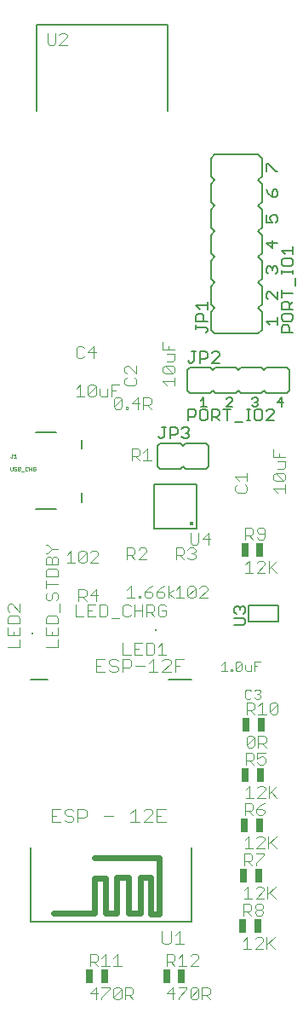
<source format=gto>
G75*
%MOIN*%
%OFA0B0*%
%FSLAX25Y25*%
%IPPOS*%
%LPD*%
%AMOC8*
5,1,8,0,0,1.08239X$1,22.5*
%
%ADD10C,0.00400*%
%ADD11C,0.00300*%
%ADD12C,0.00800*%
%ADD13C,0.00100*%
%ADD14C,0.00600*%
%ADD15C,0.00500*%
%ADD16R,0.00787X0.00787*%
%ADD17R,0.02559X0.05512*%
%ADD18C,0.02400*%
%ADD19C,0.01761*%
D10*
X0025837Y0076321D02*
X0025837Y0081526D01*
X0029307Y0081526D01*
X0030994Y0080658D02*
X0030994Y0079791D01*
X0031861Y0078923D01*
X0033596Y0078923D01*
X0034463Y0078056D01*
X0034463Y0077189D01*
X0033596Y0076321D01*
X0031861Y0076321D01*
X0030994Y0077189D01*
X0029307Y0076321D02*
X0025837Y0076321D01*
X0025837Y0078923D02*
X0027572Y0078923D01*
X0030994Y0080658D02*
X0031861Y0081526D01*
X0033596Y0081526D01*
X0034463Y0080658D01*
X0036150Y0081526D02*
X0036150Y0076321D01*
X0036150Y0078056D02*
X0038752Y0078056D01*
X0039620Y0078923D01*
X0039620Y0080658D01*
X0038752Y0081526D01*
X0036150Y0081526D01*
X0046463Y0078923D02*
X0049932Y0078923D01*
X0056776Y0079791D02*
X0058510Y0081526D01*
X0058510Y0076321D01*
X0056776Y0076321D02*
X0060245Y0076321D01*
X0061932Y0076321D02*
X0065402Y0079791D01*
X0065402Y0080658D01*
X0064534Y0081526D01*
X0062799Y0081526D01*
X0061932Y0080658D01*
X0061932Y0076321D02*
X0065402Y0076321D01*
X0067088Y0076321D02*
X0070558Y0076321D01*
X0068823Y0078923D02*
X0067088Y0078923D01*
X0067088Y0076321D02*
X0067088Y0081526D01*
X0070558Y0081526D01*
X0069043Y0033888D02*
X0069043Y0029551D01*
X0069910Y0028683D01*
X0071645Y0028683D01*
X0072513Y0029551D01*
X0072513Y0033888D01*
X0074199Y0032153D02*
X0075934Y0033888D01*
X0075934Y0028683D01*
X0074199Y0028683D02*
X0077669Y0028683D01*
X0077140Y0024817D02*
X0077140Y0020213D01*
X0075605Y0020213D02*
X0078675Y0020213D01*
X0080209Y0020213D02*
X0083279Y0023282D01*
X0083279Y0024049D01*
X0082511Y0024817D01*
X0080977Y0024817D01*
X0080209Y0024049D01*
X0080209Y0020213D02*
X0083279Y0020213D01*
X0082511Y0011817D02*
X0080977Y0011817D01*
X0080209Y0011049D01*
X0080209Y0007980D01*
X0083279Y0011049D01*
X0083279Y0007980D01*
X0082511Y0007213D01*
X0080977Y0007213D01*
X0080209Y0007980D01*
X0078675Y0011049D02*
X0075605Y0007980D01*
X0075605Y0007213D01*
X0073304Y0007213D02*
X0073304Y0011817D01*
X0071002Y0009515D01*
X0074071Y0009515D01*
X0075605Y0011817D02*
X0078675Y0011817D01*
X0078675Y0011049D01*
X0082511Y0011817D02*
X0083279Y0011049D01*
X0084813Y0011817D02*
X0084813Y0007213D01*
X0084813Y0008747D02*
X0087115Y0008747D01*
X0087883Y0009515D01*
X0087883Y0011049D01*
X0087115Y0011817D01*
X0084813Y0011817D01*
X0086348Y0008747D02*
X0087883Y0007213D01*
X0075605Y0023282D02*
X0077140Y0024817D01*
X0074071Y0024049D02*
X0074071Y0022515D01*
X0073304Y0021747D01*
X0071002Y0021747D01*
X0072536Y0021747D02*
X0074071Y0020213D01*
X0074071Y0024049D02*
X0073304Y0024817D01*
X0071002Y0024817D01*
X0071002Y0020213D01*
X0057765Y0011049D02*
X0057765Y0009515D01*
X0056997Y0008747D01*
X0054695Y0008747D01*
X0054695Y0007213D02*
X0054695Y0011817D01*
X0056997Y0011817D01*
X0057765Y0011049D01*
X0056230Y0008747D02*
X0057765Y0007213D01*
X0053161Y0007980D02*
X0052393Y0007213D01*
X0050859Y0007213D01*
X0050091Y0007980D01*
X0053161Y0011049D01*
X0053161Y0007980D01*
X0053161Y0011049D02*
X0052393Y0011817D01*
X0050859Y0011817D01*
X0050091Y0011049D01*
X0050091Y0007980D01*
X0048557Y0011049D02*
X0045487Y0007980D01*
X0045487Y0007213D01*
X0043953Y0009515D02*
X0040883Y0009515D01*
X0043185Y0011817D01*
X0043185Y0007213D01*
X0045487Y0011817D02*
X0048557Y0011817D01*
X0048557Y0011049D01*
X0048557Y0020213D02*
X0045487Y0020213D01*
X0043953Y0020213D02*
X0042418Y0021747D01*
X0043185Y0021747D02*
X0040883Y0021747D01*
X0040883Y0020213D02*
X0040883Y0024817D01*
X0043185Y0024817D01*
X0043953Y0024049D01*
X0043953Y0022515D01*
X0043185Y0021747D01*
X0045487Y0023282D02*
X0047022Y0024817D01*
X0047022Y0020213D01*
X0050091Y0020213D02*
X0053161Y0020213D01*
X0051626Y0020213D02*
X0051626Y0024817D01*
X0050091Y0023282D01*
X0049285Y0134983D02*
X0048417Y0135850D01*
X0049285Y0134983D02*
X0051020Y0134983D01*
X0051887Y0135850D01*
X0051887Y0136717D01*
X0051020Y0137585D01*
X0049285Y0137585D01*
X0048417Y0138452D01*
X0048417Y0139320D01*
X0049285Y0140187D01*
X0051020Y0140187D01*
X0051887Y0139320D01*
X0053574Y0140187D02*
X0053574Y0134983D01*
X0053574Y0136717D02*
X0056176Y0136717D01*
X0057043Y0137585D01*
X0057043Y0139320D01*
X0056176Y0140187D01*
X0053574Y0140187D01*
X0053775Y0141843D02*
X0056844Y0141843D01*
X0058379Y0141843D02*
X0061448Y0141843D01*
X0062983Y0141843D02*
X0062983Y0146446D01*
X0065285Y0146446D01*
X0066052Y0145679D01*
X0066052Y0142610D01*
X0065285Y0141843D01*
X0062983Y0141843D01*
X0065621Y0140187D02*
X0063887Y0138452D01*
X0062200Y0137585D02*
X0058730Y0137585D01*
X0058379Y0141843D02*
X0058379Y0146446D01*
X0061448Y0146446D01*
X0059913Y0144144D02*
X0058379Y0144144D01*
X0058379Y0156843D02*
X0058379Y0161446D01*
X0058379Y0159144D02*
X0061448Y0159144D01*
X0062983Y0158377D02*
X0065285Y0158377D01*
X0066052Y0159144D01*
X0066052Y0160679D01*
X0065285Y0161446D01*
X0062983Y0161446D01*
X0062983Y0156843D01*
X0061448Y0156843D02*
X0061448Y0161446D01*
X0060751Y0164126D02*
X0059983Y0164126D01*
X0059983Y0164893D01*
X0060751Y0164893D01*
X0060751Y0164126D01*
X0058449Y0164126D02*
X0055380Y0164126D01*
X0056914Y0164126D02*
X0056914Y0168730D01*
X0055380Y0167195D01*
X0056077Y0161446D02*
X0054542Y0161446D01*
X0053775Y0160679D01*
X0053775Y0157610D01*
X0054542Y0156843D01*
X0056077Y0156843D01*
X0056844Y0157610D01*
X0056844Y0160679D02*
X0056077Y0161446D01*
X0052240Y0156075D02*
X0049171Y0156075D01*
X0047636Y0157610D02*
X0047636Y0160679D01*
X0046869Y0161446D01*
X0044567Y0161446D01*
X0044567Y0156843D01*
X0046869Y0156843D01*
X0047636Y0157610D01*
X0044120Y0165129D02*
X0041051Y0165129D01*
X0043353Y0167431D01*
X0043353Y0162827D01*
X0043032Y0161446D02*
X0039963Y0161446D01*
X0039963Y0156843D01*
X0043032Y0156843D01*
X0041498Y0159144D02*
X0039963Y0159144D01*
X0039517Y0162827D02*
X0037982Y0164361D01*
X0038749Y0164361D02*
X0036447Y0164361D01*
X0036447Y0162827D02*
X0036447Y0167431D01*
X0038749Y0167431D01*
X0039517Y0166663D01*
X0039517Y0165129D01*
X0038749Y0164361D01*
X0038428Y0156843D02*
X0035359Y0156843D01*
X0035359Y0161446D01*
X0034913Y0177827D02*
X0031843Y0177827D01*
X0033378Y0177827D02*
X0033378Y0182431D01*
X0031843Y0180896D01*
X0028287Y0179325D02*
X0028287Y0177023D01*
X0023683Y0177023D01*
X0023683Y0179325D01*
X0024450Y0180092D01*
X0025217Y0180092D01*
X0025985Y0179325D01*
X0025985Y0177023D01*
X0027519Y0175488D02*
X0024450Y0175488D01*
X0023683Y0174721D01*
X0023683Y0172419D01*
X0028287Y0172419D01*
X0028287Y0174721D01*
X0027519Y0175488D01*
X0028287Y0179325D02*
X0027519Y0180092D01*
X0026752Y0180092D01*
X0025985Y0179325D01*
X0024450Y0181627D02*
X0025985Y0183161D01*
X0028287Y0183161D01*
X0025985Y0183161D02*
X0024450Y0184696D01*
X0023683Y0184696D01*
X0023683Y0181627D02*
X0024450Y0181627D01*
X0023683Y0170884D02*
X0023683Y0167815D01*
X0023683Y0169350D02*
X0028287Y0169350D01*
X0027519Y0166280D02*
X0026752Y0166280D01*
X0025985Y0165513D01*
X0025985Y0163978D01*
X0025217Y0163211D01*
X0024450Y0163211D01*
X0023683Y0163978D01*
X0023683Y0165513D01*
X0024450Y0166280D01*
X0024450Y0157072D02*
X0023683Y0156305D01*
X0023683Y0154003D01*
X0028287Y0154003D01*
X0028287Y0156305D01*
X0027519Y0157072D01*
X0024450Y0157072D01*
X0023683Y0152468D02*
X0023683Y0149399D01*
X0028287Y0149399D01*
X0028287Y0152468D01*
X0028287Y0147865D02*
X0028287Y0144795D01*
X0023683Y0144795D01*
X0025985Y0149399D02*
X0025985Y0150934D01*
X0029054Y0158607D02*
X0029054Y0161676D01*
X0027519Y0163211D02*
X0028287Y0163978D01*
X0028287Y0165513D01*
X0027519Y0166280D01*
X0037215Y0177827D02*
X0036447Y0178594D01*
X0039517Y0181663D01*
X0039517Y0178594D01*
X0038749Y0177827D01*
X0037215Y0177827D01*
X0036447Y0178594D02*
X0036447Y0181663D01*
X0037215Y0182431D01*
X0038749Y0182431D01*
X0039517Y0181663D01*
X0041051Y0181663D02*
X0041818Y0182431D01*
X0043353Y0182431D01*
X0044120Y0181663D01*
X0044120Y0180896D01*
X0041051Y0177827D01*
X0044120Y0177827D01*
X0053775Y0146446D02*
X0053775Y0141843D01*
X0046731Y0140187D02*
X0043261Y0140187D01*
X0043261Y0134983D01*
X0046731Y0134983D01*
X0044996Y0137585D02*
X0043261Y0137585D01*
X0055380Y0179126D02*
X0055380Y0183730D01*
X0057681Y0183730D01*
X0058449Y0182963D01*
X0058449Y0181428D01*
X0057681Y0180661D01*
X0055380Y0180661D01*
X0056914Y0180661D02*
X0058449Y0179126D01*
X0059983Y0179126D02*
X0063053Y0182195D01*
X0063053Y0182963D01*
X0062285Y0183730D01*
X0060751Y0183730D01*
X0059983Y0182963D01*
X0059983Y0179126D02*
X0063053Y0179126D01*
X0065355Y0168730D02*
X0063820Y0167963D01*
X0062285Y0166428D01*
X0064587Y0166428D01*
X0065355Y0165661D01*
X0065355Y0164893D01*
X0064587Y0164126D01*
X0063053Y0164126D01*
X0062285Y0164893D01*
X0062285Y0166428D01*
X0064517Y0158377D02*
X0066052Y0156843D01*
X0067587Y0157610D02*
X0067587Y0160679D01*
X0068354Y0161446D01*
X0069889Y0161446D01*
X0070656Y0160679D01*
X0070656Y0159144D02*
X0069121Y0159144D01*
X0070656Y0159144D02*
X0070656Y0157610D01*
X0069889Y0156843D01*
X0068354Y0156843D01*
X0067587Y0157610D01*
X0067657Y0164126D02*
X0066889Y0164893D01*
X0066889Y0166428D01*
X0069191Y0166428D01*
X0069959Y0165661D01*
X0069959Y0164893D01*
X0069191Y0164126D01*
X0067657Y0164126D01*
X0066889Y0166428D02*
X0068424Y0167963D01*
X0069959Y0168730D01*
X0071493Y0168730D02*
X0071493Y0164126D01*
X0071493Y0165661D02*
X0073795Y0167195D01*
X0074553Y0167195D02*
X0076087Y0168730D01*
X0076087Y0164126D01*
X0074553Y0164126D02*
X0077622Y0164126D01*
X0079157Y0164893D02*
X0079157Y0167963D01*
X0079924Y0168730D01*
X0081459Y0168730D01*
X0082226Y0167963D01*
X0079157Y0164893D01*
X0079924Y0164126D01*
X0081459Y0164126D01*
X0082226Y0164893D01*
X0082226Y0167963D01*
X0083761Y0167963D02*
X0084528Y0168730D01*
X0086063Y0168730D01*
X0086830Y0167963D01*
X0086830Y0167195D01*
X0083761Y0164126D01*
X0086830Y0164126D01*
X0081459Y0179126D02*
X0082226Y0179893D01*
X0082226Y0180661D01*
X0081459Y0181428D01*
X0080691Y0181428D01*
X0081459Y0181428D02*
X0082226Y0182195D01*
X0082226Y0182963D01*
X0081459Y0183730D01*
X0079924Y0183730D01*
X0079157Y0182963D01*
X0077622Y0182963D02*
X0077622Y0181428D01*
X0076855Y0180661D01*
X0074553Y0180661D01*
X0076087Y0180661D02*
X0077622Y0179126D01*
X0079157Y0179893D02*
X0079924Y0179126D01*
X0081459Y0179126D01*
X0081152Y0184953D02*
X0080384Y0185720D01*
X0080384Y0189557D01*
X0081152Y0184953D02*
X0082686Y0184953D01*
X0083454Y0185720D01*
X0083454Y0189557D01*
X0084988Y0187255D02*
X0088057Y0187255D01*
X0087290Y0184953D02*
X0087290Y0189557D01*
X0084988Y0187255D01*
X0077622Y0182963D02*
X0076855Y0183730D01*
X0074553Y0183730D01*
X0074553Y0179126D01*
X0071493Y0165661D02*
X0073795Y0164126D01*
X0069121Y0146446D02*
X0067587Y0144912D01*
X0069121Y0146446D02*
X0069121Y0141843D01*
X0067587Y0141843D02*
X0070656Y0141843D01*
X0069910Y0140187D02*
X0069043Y0139320D01*
X0069910Y0140187D02*
X0071645Y0140187D01*
X0072513Y0139320D01*
X0072513Y0138452D01*
X0069043Y0134983D01*
X0072513Y0134983D01*
X0074199Y0134983D02*
X0074199Y0140187D01*
X0077669Y0140187D01*
X0075934Y0137585D02*
X0074199Y0137585D01*
X0067356Y0134983D02*
X0063887Y0134983D01*
X0065621Y0134983D02*
X0065621Y0140187D01*
X0064868Y0217886D02*
X0061799Y0217886D01*
X0060265Y0217886D02*
X0058730Y0219420D01*
X0059497Y0219420D02*
X0057195Y0219420D01*
X0057195Y0217886D02*
X0057195Y0222490D01*
X0059497Y0222490D01*
X0060265Y0221722D01*
X0060265Y0220188D01*
X0059497Y0219420D01*
X0061799Y0220955D02*
X0063334Y0222490D01*
X0063334Y0217886D01*
X0064868Y0237886D02*
X0063334Y0239420D01*
X0064101Y0239420D02*
X0061799Y0239420D01*
X0061799Y0237886D02*
X0061799Y0242490D01*
X0064101Y0242490D01*
X0064868Y0241722D01*
X0064868Y0240188D01*
X0064101Y0239420D01*
X0060265Y0240188D02*
X0057195Y0240188D01*
X0059497Y0242490D01*
X0059497Y0237886D01*
X0055661Y0237886D02*
X0054893Y0237886D01*
X0054893Y0238653D01*
X0055661Y0238653D01*
X0055661Y0237886D01*
X0053359Y0238653D02*
X0052591Y0237886D01*
X0051057Y0237886D01*
X0050289Y0238653D01*
X0053359Y0241722D01*
X0053359Y0238653D01*
X0053359Y0241722D02*
X0052591Y0242490D01*
X0051057Y0242490D01*
X0050289Y0241722D01*
X0050289Y0238653D01*
X0049309Y0242866D02*
X0049309Y0247470D01*
X0052379Y0247470D01*
X0054431Y0247964D02*
X0055198Y0247197D01*
X0058267Y0247197D01*
X0059035Y0247964D01*
X0059035Y0249499D01*
X0058267Y0250266D01*
X0059035Y0251801D02*
X0055965Y0254870D01*
X0055198Y0254870D01*
X0054431Y0254103D01*
X0054431Y0252568D01*
X0055198Y0251801D01*
X0055198Y0250266D02*
X0054431Y0249499D01*
X0054431Y0247964D01*
X0050844Y0245168D02*
X0049309Y0245168D01*
X0047775Y0245935D02*
X0047775Y0242866D01*
X0045473Y0242866D01*
X0044705Y0243633D01*
X0044705Y0245935D01*
X0043171Y0246703D02*
X0043171Y0243633D01*
X0042404Y0242866D01*
X0040869Y0242866D01*
X0040102Y0243633D01*
X0043171Y0246703D01*
X0042404Y0247470D01*
X0040869Y0247470D01*
X0040102Y0246703D01*
X0040102Y0243633D01*
X0038567Y0242866D02*
X0035498Y0242866D01*
X0037032Y0242866D02*
X0037032Y0247470D01*
X0035498Y0245935D01*
X0036265Y0257866D02*
X0037800Y0257866D01*
X0038567Y0258633D01*
X0040102Y0260168D02*
X0043171Y0260168D01*
X0042404Y0257866D02*
X0042404Y0262470D01*
X0040102Y0260168D01*
X0038567Y0261703D02*
X0037800Y0262470D01*
X0036265Y0262470D01*
X0035498Y0261703D01*
X0035498Y0258633D01*
X0036265Y0257866D01*
X0059035Y0254870D02*
X0059035Y0251801D01*
X0069431Y0252568D02*
X0069431Y0254103D01*
X0070198Y0254870D01*
X0073267Y0251801D01*
X0074035Y0252568D01*
X0074035Y0254103D01*
X0073267Y0254870D01*
X0070198Y0254870D01*
X0070965Y0256405D02*
X0073267Y0256405D01*
X0074035Y0257172D01*
X0074035Y0259474D01*
X0070965Y0259474D01*
X0071733Y0261009D02*
X0071733Y0262543D01*
X0074035Y0261009D02*
X0069431Y0261009D01*
X0069431Y0264078D01*
X0069431Y0252568D02*
X0070198Y0251801D01*
X0073267Y0251801D01*
X0074035Y0250266D02*
X0074035Y0247197D01*
X0074035Y0248731D02*
X0069431Y0248731D01*
X0070965Y0247197D01*
X0097738Y0211406D02*
X0102342Y0211406D01*
X0102342Y0209872D02*
X0102342Y0212941D01*
X0101574Y0208337D02*
X0102342Y0207570D01*
X0102342Y0206035D01*
X0101574Y0205268D01*
X0098505Y0205268D01*
X0097738Y0206035D01*
X0097738Y0207570D01*
X0098505Y0208337D01*
X0099272Y0209872D02*
X0097738Y0211406D01*
X0101631Y0191549D02*
X0103933Y0191549D01*
X0104701Y0190781D01*
X0104701Y0189247D01*
X0103933Y0188480D01*
X0101631Y0188480D01*
X0101631Y0186945D02*
X0101631Y0191549D01*
X0103166Y0188480D02*
X0104701Y0186945D01*
X0106235Y0187712D02*
X0107003Y0186945D01*
X0108537Y0186945D01*
X0109305Y0187712D01*
X0109305Y0190781D01*
X0108537Y0191549D01*
X0107003Y0191549D01*
X0106235Y0190781D01*
X0106235Y0190014D01*
X0107003Y0189247D01*
X0109305Y0189247D01*
X0108537Y0178549D02*
X0107003Y0178549D01*
X0106235Y0177781D01*
X0109305Y0177014D02*
X0106235Y0173945D01*
X0109305Y0173945D01*
X0110839Y0173945D02*
X0110839Y0178549D01*
X0109305Y0177781D02*
X0108537Y0178549D01*
X0109305Y0177781D02*
X0109305Y0177014D01*
X0110839Y0175480D02*
X0113909Y0178549D01*
X0111607Y0176247D02*
X0113909Y0173945D01*
X0104701Y0173945D02*
X0101631Y0173945D01*
X0101631Y0177014D02*
X0103166Y0178549D01*
X0103166Y0173945D01*
X0114272Y0205268D02*
X0112738Y0206802D01*
X0117342Y0206802D01*
X0117342Y0205268D02*
X0117342Y0208337D01*
X0116574Y0209872D02*
X0113505Y0212941D01*
X0116574Y0212941D01*
X0117342Y0212174D01*
X0117342Y0210639D01*
X0116574Y0209872D01*
X0113505Y0209872D01*
X0112738Y0210639D01*
X0112738Y0212174D01*
X0113505Y0212941D01*
X0114272Y0214476D02*
X0116574Y0214476D01*
X0117342Y0215243D01*
X0117342Y0217545D01*
X0114272Y0217545D01*
X0115040Y0219079D02*
X0115040Y0220614D01*
X0117342Y0219079D02*
X0112738Y0219079D01*
X0112738Y0222149D01*
X0112158Y0123242D02*
X0113692Y0123242D01*
X0114460Y0122474D01*
X0111391Y0119405D01*
X0112158Y0118638D01*
X0113692Y0118638D01*
X0114460Y0119405D01*
X0114460Y0122474D01*
X0112158Y0123242D02*
X0111391Y0122474D01*
X0111391Y0119405D01*
X0109856Y0118638D02*
X0106787Y0118638D01*
X0108321Y0118638D02*
X0108321Y0123242D01*
X0106787Y0121707D01*
X0105252Y0120940D02*
X0104485Y0120172D01*
X0102183Y0120172D01*
X0102183Y0118638D02*
X0102183Y0123242D01*
X0104485Y0123242D01*
X0105252Y0122474D01*
X0105252Y0120940D01*
X0103717Y0120172D02*
X0105252Y0118638D01*
X0104485Y0110242D02*
X0102950Y0110242D01*
X0102183Y0109474D01*
X0102183Y0106405D01*
X0105252Y0109474D01*
X0105252Y0106405D01*
X0104485Y0105638D01*
X0102950Y0105638D01*
X0102183Y0106405D01*
X0101868Y0103557D02*
X0104170Y0103557D01*
X0104937Y0102789D01*
X0104937Y0101255D01*
X0104170Y0100487D01*
X0101868Y0100487D01*
X0101868Y0098953D02*
X0101868Y0103557D01*
X0103402Y0100487D02*
X0104937Y0098953D01*
X0106472Y0099720D02*
X0107239Y0098953D01*
X0108774Y0098953D01*
X0109541Y0099720D01*
X0109541Y0101255D01*
X0108774Y0102022D01*
X0108006Y0102022D01*
X0106472Y0101255D01*
X0106472Y0103557D01*
X0109541Y0103557D01*
X0109856Y0105638D02*
X0108321Y0107172D01*
X0109089Y0107172D02*
X0106787Y0107172D01*
X0106787Y0105638D02*
X0106787Y0110242D01*
X0109089Y0110242D01*
X0109856Y0109474D01*
X0109856Y0107940D01*
X0109089Y0107172D01*
X0105252Y0109474D02*
X0104485Y0110242D01*
X0103402Y0090557D02*
X0101868Y0089022D01*
X0103402Y0090557D02*
X0103402Y0085953D01*
X0101868Y0085953D02*
X0104937Y0085953D01*
X0106472Y0085953D02*
X0109541Y0089022D01*
X0109541Y0089789D01*
X0108774Y0090557D01*
X0107239Y0090557D01*
X0106472Y0089789D01*
X0106472Y0085953D02*
X0109541Y0085953D01*
X0111076Y0085953D02*
X0111076Y0090557D01*
X0111843Y0088255D02*
X0114145Y0085953D01*
X0111076Y0087487D02*
X0114145Y0090557D01*
X0109226Y0083872D02*
X0107691Y0083104D01*
X0106157Y0081570D01*
X0108459Y0081570D01*
X0109226Y0080802D01*
X0109226Y0080035D01*
X0108459Y0079268D01*
X0106924Y0079268D01*
X0106157Y0080035D01*
X0106157Y0081570D01*
X0104622Y0081570D02*
X0103855Y0080802D01*
X0101553Y0080802D01*
X0101553Y0079268D02*
X0101553Y0083872D01*
X0103855Y0083872D01*
X0104622Y0083104D01*
X0104622Y0081570D01*
X0103087Y0080802D02*
X0104622Y0079268D01*
X0103087Y0070872D02*
X0103087Y0066268D01*
X0101553Y0066268D02*
X0104622Y0066268D01*
X0106157Y0066268D02*
X0109226Y0069337D01*
X0109226Y0070104D01*
X0108459Y0070872D01*
X0106924Y0070872D01*
X0106157Y0070104D01*
X0106157Y0066268D02*
X0109226Y0066268D01*
X0110761Y0066268D02*
X0110761Y0070872D01*
X0111528Y0068570D02*
X0113830Y0066268D01*
X0110761Y0067802D02*
X0113830Y0070872D01*
X0108911Y0064187D02*
X0108911Y0063419D01*
X0105842Y0060350D01*
X0105842Y0059583D01*
X0104307Y0059583D02*
X0102772Y0061117D01*
X0103540Y0061117D02*
X0101238Y0061117D01*
X0101238Y0059583D02*
X0101238Y0064187D01*
X0103540Y0064187D01*
X0104307Y0063419D01*
X0104307Y0061885D01*
X0103540Y0061117D01*
X0105842Y0064187D02*
X0108911Y0064187D01*
X0103087Y0070872D02*
X0101553Y0069337D01*
X0102772Y0051187D02*
X0101238Y0049652D01*
X0102772Y0051187D02*
X0102772Y0046583D01*
X0101238Y0046583D02*
X0104307Y0046583D01*
X0105842Y0046583D02*
X0108911Y0049652D01*
X0108911Y0050419D01*
X0108144Y0051187D01*
X0106609Y0051187D01*
X0105842Y0050419D01*
X0105842Y0046583D02*
X0108911Y0046583D01*
X0107829Y0044502D02*
X0108596Y0043734D01*
X0108596Y0042967D01*
X0107829Y0042200D01*
X0106294Y0042200D01*
X0105527Y0042967D01*
X0105527Y0043734D01*
X0106294Y0044502D01*
X0107829Y0044502D01*
X0107829Y0042200D02*
X0108596Y0041432D01*
X0108596Y0040665D01*
X0107829Y0039898D01*
X0106294Y0039898D01*
X0105527Y0040665D01*
X0105527Y0041432D01*
X0106294Y0042200D01*
X0103992Y0042200D02*
X0103225Y0041432D01*
X0100923Y0041432D01*
X0100923Y0039898D02*
X0100923Y0044502D01*
X0103225Y0044502D01*
X0103992Y0043734D01*
X0103992Y0042200D01*
X0102457Y0041432D02*
X0103992Y0039898D01*
X0102457Y0031502D02*
X0100923Y0029967D01*
X0102457Y0031502D02*
X0102457Y0026898D01*
X0100923Y0026898D02*
X0103992Y0026898D01*
X0105527Y0026898D02*
X0108596Y0029967D01*
X0108596Y0030734D01*
X0107829Y0031502D01*
X0106294Y0031502D01*
X0105527Y0030734D01*
X0105527Y0026898D02*
X0108596Y0026898D01*
X0110131Y0026898D02*
X0110131Y0031502D01*
X0110898Y0029200D02*
X0113200Y0026898D01*
X0110131Y0028432D02*
X0113200Y0031502D01*
X0113515Y0046583D02*
X0111213Y0048885D01*
X0110446Y0048117D02*
X0113515Y0051187D01*
X0110446Y0051187D02*
X0110446Y0046583D01*
X0013287Y0144795D02*
X0013287Y0147865D01*
X0013287Y0149399D02*
X0013287Y0152468D01*
X0013287Y0154003D02*
X0013287Y0156305D01*
X0012519Y0157072D01*
X0009450Y0157072D01*
X0008683Y0156305D01*
X0008683Y0154003D01*
X0013287Y0154003D01*
X0013287Y0149399D02*
X0008683Y0149399D01*
X0008683Y0152468D01*
X0010985Y0150934D02*
X0010985Y0149399D01*
X0008683Y0144795D02*
X0013287Y0144795D01*
X0013287Y0158607D02*
X0010217Y0161676D01*
X0009450Y0161676D01*
X0008683Y0160909D01*
X0008683Y0159374D01*
X0009450Y0158607D01*
X0013287Y0158607D02*
X0013287Y0161676D01*
X0024966Y0380307D02*
X0024198Y0381074D01*
X0024198Y0384911D01*
X0024966Y0380307D02*
X0026500Y0380307D01*
X0027268Y0381074D01*
X0027268Y0384911D01*
X0028802Y0384144D02*
X0029570Y0384911D01*
X0031104Y0384911D01*
X0031872Y0384144D01*
X0031872Y0383376D01*
X0028802Y0380307D01*
X0031872Y0380307D01*
D11*
X0093572Y0139212D02*
X0093572Y0135509D01*
X0092338Y0135509D02*
X0094807Y0135509D01*
X0096021Y0135509D02*
X0096638Y0135509D01*
X0096638Y0136126D01*
X0096021Y0136126D01*
X0096021Y0135509D01*
X0097863Y0136126D02*
X0100332Y0138595D01*
X0100332Y0136126D01*
X0099714Y0135509D01*
X0098480Y0135509D01*
X0097863Y0136126D01*
X0097863Y0138595D01*
X0098480Y0139212D01*
X0099714Y0139212D01*
X0100332Y0138595D01*
X0101546Y0137978D02*
X0101546Y0136126D01*
X0102163Y0135509D01*
X0104015Y0135509D01*
X0104015Y0137978D01*
X0105229Y0137361D02*
X0106463Y0137361D01*
X0105229Y0139212D02*
X0107698Y0139212D01*
X0105229Y0139212D02*
X0105229Y0135509D01*
X0105846Y0128287D02*
X0105229Y0127670D01*
X0105846Y0128287D02*
X0107081Y0128287D01*
X0107698Y0127670D01*
X0107698Y0127053D01*
X0107081Y0126435D01*
X0107698Y0125818D01*
X0107698Y0125201D01*
X0107081Y0124584D01*
X0105846Y0124584D01*
X0105229Y0125201D01*
X0104015Y0125201D02*
X0103397Y0124584D01*
X0102163Y0124584D01*
X0101546Y0125201D01*
X0101546Y0127670D01*
X0102163Y0128287D01*
X0103397Y0128287D01*
X0104015Y0127670D01*
X0106463Y0126435D02*
X0107081Y0126435D01*
X0093572Y0139212D02*
X0092338Y0137978D01*
D12*
X0097485Y0153322D02*
X0100988Y0153322D01*
X0101689Y0154023D01*
X0101689Y0155424D01*
X0100988Y0156124D01*
X0097485Y0156124D01*
X0098186Y0157926D02*
X0097485Y0158627D01*
X0097485Y0160028D01*
X0098186Y0160728D01*
X0098887Y0160728D01*
X0099587Y0160028D01*
X0100288Y0160728D01*
X0100988Y0160728D01*
X0101689Y0160028D01*
X0101689Y0158627D01*
X0100988Y0157926D01*
X0099587Y0159327D02*
X0099587Y0160028D01*
X0037620Y0201524D02*
X0037620Y0205068D01*
X0037620Y0222391D02*
X0037620Y0225934D01*
X0027778Y0228690D02*
X0019510Y0228690D01*
X0019510Y0198769D02*
X0027778Y0198769D01*
D13*
X0019269Y0213779D02*
X0019519Y0214029D01*
X0019519Y0214530D01*
X0019018Y0214530D01*
X0018518Y0215030D02*
X0018518Y0214029D01*
X0018768Y0213779D01*
X0019269Y0213779D01*
X0018045Y0213779D02*
X0018045Y0215280D01*
X0018518Y0215030D02*
X0018768Y0215280D01*
X0019269Y0215280D01*
X0019519Y0215030D01*
X0018045Y0214530D02*
X0017045Y0214530D01*
X0016572Y0215030D02*
X0016322Y0215280D01*
X0015822Y0215280D01*
X0015571Y0215030D01*
X0015571Y0214029D01*
X0015822Y0213779D01*
X0016322Y0213779D01*
X0016572Y0214029D01*
X0017045Y0213779D02*
X0017045Y0215280D01*
X0015099Y0213529D02*
X0014098Y0213529D01*
X0013626Y0214029D02*
X0013375Y0213779D01*
X0012625Y0213779D01*
X0012625Y0215280D01*
X0013375Y0215280D01*
X0013626Y0215030D01*
X0013626Y0214780D01*
X0013375Y0214530D01*
X0012625Y0214530D01*
X0012152Y0214280D02*
X0012152Y0214029D01*
X0011902Y0213779D01*
X0011402Y0213779D01*
X0011152Y0214029D01*
X0010679Y0214029D02*
X0010679Y0215280D01*
X0011152Y0215030D02*
X0011152Y0214780D01*
X0011402Y0214530D01*
X0011902Y0214530D01*
X0012152Y0214280D01*
X0012152Y0215030D02*
X0011902Y0215280D01*
X0011402Y0215280D01*
X0011152Y0215030D01*
X0010679Y0214029D02*
X0010429Y0213779D01*
X0009929Y0213779D01*
X0009678Y0214029D01*
X0009678Y0215280D01*
X0009929Y0218779D02*
X0009678Y0219029D01*
X0009929Y0218779D02*
X0010179Y0218779D01*
X0010429Y0219029D01*
X0010429Y0220280D01*
X0010179Y0220280D02*
X0010679Y0220280D01*
X0011152Y0219780D02*
X0011652Y0220280D01*
X0011652Y0218779D01*
X0011152Y0218779D02*
X0012152Y0218779D01*
X0013375Y0214530D02*
X0013626Y0214280D01*
X0013626Y0214029D01*
D14*
X0067345Y0215595D02*
X0067345Y0223595D01*
X0068345Y0224595D01*
X0076345Y0224595D01*
X0077345Y0223595D01*
X0078345Y0224595D01*
X0086345Y0224595D01*
X0087345Y0223595D01*
X0087345Y0215595D01*
X0086345Y0214595D01*
X0078345Y0214595D01*
X0077345Y0215595D01*
X0076345Y0214595D01*
X0068345Y0214595D01*
X0067345Y0215595D01*
X0080038Y0244162D02*
X0079038Y0245162D01*
X0079038Y0253162D01*
X0080038Y0254162D01*
X0088038Y0254162D01*
X0089038Y0253162D01*
X0090038Y0254162D01*
X0098038Y0254162D01*
X0099038Y0253162D01*
X0100038Y0254162D01*
X0108038Y0254162D01*
X0109038Y0253162D01*
X0110038Y0254162D01*
X0118038Y0254162D01*
X0119038Y0253162D01*
X0119038Y0245162D01*
X0118038Y0244162D01*
X0110038Y0244162D01*
X0109038Y0245162D01*
X0108038Y0244162D01*
X0100038Y0244162D01*
X0099038Y0245162D01*
X0098038Y0244162D01*
X0090038Y0244162D01*
X0089038Y0245162D01*
X0088038Y0244162D01*
X0080038Y0244162D01*
X0089672Y0267430D02*
X0088172Y0268930D01*
X0088172Y0275930D01*
X0089672Y0277430D01*
X0088172Y0278930D01*
X0088172Y0285930D01*
X0089672Y0287430D01*
X0088172Y0288930D01*
X0088172Y0295930D01*
X0089672Y0297430D01*
X0088172Y0298930D01*
X0088172Y0305930D01*
X0089672Y0307430D01*
X0088172Y0308930D01*
X0088172Y0315930D01*
X0089672Y0317430D01*
X0088172Y0318930D01*
X0088172Y0325930D01*
X0089672Y0327430D01*
X0088172Y0328930D01*
X0088172Y0335930D01*
X0089672Y0337430D01*
X0106672Y0337430D01*
X0108172Y0335930D01*
X0108172Y0328930D01*
X0106672Y0327430D01*
X0108172Y0325930D01*
X0108172Y0318930D01*
X0106672Y0317430D01*
X0108172Y0315930D01*
X0108172Y0308930D01*
X0106672Y0307430D01*
X0108172Y0305930D01*
X0108172Y0298930D01*
X0106672Y0297430D01*
X0108172Y0295930D01*
X0108172Y0288930D01*
X0106672Y0287430D01*
X0108172Y0285930D01*
X0108172Y0278930D01*
X0106672Y0277430D01*
X0108172Y0275930D01*
X0108172Y0268930D01*
X0106672Y0267430D01*
X0089672Y0267430D01*
D15*
X0080731Y0037627D02*
X0017739Y0037627D01*
X0017739Y0066367D01*
X0017739Y0132115D02*
X0024431Y0132115D01*
X0066124Y0191091D02*
X0082660Y0191091D01*
X0082660Y0208414D01*
X0066124Y0208414D01*
X0066124Y0191091D01*
X0068346Y0226345D02*
X0069096Y0226345D01*
X0069847Y0227096D01*
X0069847Y0230849D01*
X0070597Y0230849D02*
X0069096Y0230849D01*
X0067595Y0227096D02*
X0068346Y0226345D01*
X0072199Y0226345D02*
X0072199Y0230849D01*
X0074451Y0230849D01*
X0075201Y0230098D01*
X0075201Y0228597D01*
X0074451Y0227847D01*
X0072199Y0227847D01*
X0076803Y0227096D02*
X0077553Y0226345D01*
X0079055Y0226345D01*
X0079805Y0227096D01*
X0079805Y0227847D01*
X0079055Y0228597D01*
X0078304Y0228597D01*
X0079055Y0228597D02*
X0079805Y0229348D01*
X0079805Y0230098D01*
X0079055Y0230849D01*
X0077553Y0230849D01*
X0076803Y0230098D01*
X0079288Y0233412D02*
X0079288Y0237916D01*
X0081540Y0237916D01*
X0082290Y0237165D01*
X0082290Y0235664D01*
X0081540Y0234913D01*
X0079288Y0234913D01*
X0083892Y0234163D02*
X0084642Y0233412D01*
X0086144Y0233412D01*
X0086894Y0234163D01*
X0086894Y0237165D01*
X0086144Y0237916D01*
X0084642Y0237916D01*
X0083892Y0237165D01*
X0083892Y0234163D01*
X0084288Y0238912D02*
X0086556Y0238912D01*
X0085422Y0238912D02*
X0085422Y0242315D01*
X0084288Y0241181D01*
X0088496Y0237916D02*
X0088496Y0233412D01*
X0088496Y0234913D02*
X0090748Y0234913D01*
X0091498Y0235664D01*
X0091498Y0237165D01*
X0090748Y0237916D01*
X0088496Y0237916D01*
X0089997Y0234913D02*
X0091498Y0233412D01*
X0093100Y0237916D02*
X0096102Y0237916D01*
X0096556Y0238912D02*
X0094288Y0238912D01*
X0096556Y0241181D01*
X0096556Y0241748D01*
X0095989Y0242315D01*
X0094855Y0242315D01*
X0094288Y0241748D01*
X0094601Y0237916D02*
X0094601Y0233412D01*
X0097703Y0232662D02*
X0100706Y0232662D01*
X0102307Y0233412D02*
X0103809Y0233412D01*
X0103058Y0233412D02*
X0103058Y0237916D01*
X0102307Y0237916D02*
X0103809Y0237916D01*
X0104855Y0238912D02*
X0104288Y0239479D01*
X0104855Y0238912D02*
X0105989Y0238912D01*
X0106556Y0239479D01*
X0106556Y0240047D01*
X0105989Y0240614D01*
X0105422Y0240614D01*
X0105989Y0240614D02*
X0106556Y0241181D01*
X0106556Y0241748D01*
X0105989Y0242315D01*
X0104855Y0242315D01*
X0104288Y0241748D01*
X0106127Y0237916D02*
X0105377Y0237165D01*
X0105377Y0234163D01*
X0106127Y0233412D01*
X0107629Y0233412D01*
X0108379Y0234163D01*
X0108379Y0237165D01*
X0107629Y0237916D01*
X0106127Y0237916D01*
X0109981Y0237165D02*
X0110731Y0237916D01*
X0112233Y0237916D01*
X0112983Y0237165D01*
X0112983Y0236415D01*
X0109981Y0233412D01*
X0112983Y0233412D01*
X0115989Y0238912D02*
X0115989Y0242315D01*
X0114288Y0240614D01*
X0116556Y0240614D01*
X0115918Y0267680D02*
X0115918Y0269932D01*
X0116668Y0270682D01*
X0118170Y0270682D01*
X0118920Y0269932D01*
X0118920Y0267680D01*
X0119671Y0272284D02*
X0116668Y0272284D01*
X0115918Y0273034D01*
X0115918Y0274536D01*
X0116668Y0275286D01*
X0119671Y0275286D01*
X0120422Y0274536D01*
X0120422Y0273034D01*
X0119671Y0272284D01*
X0118920Y0276888D02*
X0118920Y0279140D01*
X0118170Y0279890D01*
X0116668Y0279890D01*
X0115918Y0279140D01*
X0115918Y0276888D01*
X0120422Y0276888D01*
X0118920Y0278389D02*
X0120422Y0279890D01*
X0120422Y0282993D02*
X0115918Y0282993D01*
X0115918Y0281492D02*
X0115918Y0284494D01*
X0114422Y0283682D02*
X0114422Y0280680D01*
X0111419Y0283682D01*
X0110668Y0283682D01*
X0109918Y0282932D01*
X0109918Y0281431D01*
X0110668Y0280680D01*
X0109918Y0272181D02*
X0114422Y0272181D01*
X0114422Y0270680D02*
X0114422Y0273682D01*
X0115918Y0267680D02*
X0120422Y0267680D01*
X0121172Y0286096D02*
X0121172Y0289098D01*
X0120422Y0290700D02*
X0120422Y0292201D01*
X0120422Y0291450D02*
X0115918Y0291450D01*
X0115918Y0290700D02*
X0115918Y0292201D01*
X0114422Y0292932D02*
X0114422Y0291431D01*
X0113671Y0290680D01*
X0112170Y0292181D02*
X0112170Y0292932D01*
X0112920Y0293682D01*
X0113671Y0293682D01*
X0114422Y0292932D01*
X0115918Y0294519D02*
X0116668Y0293769D01*
X0119671Y0293769D01*
X0120422Y0294519D01*
X0120422Y0296021D01*
X0119671Y0296771D01*
X0116668Y0296771D01*
X0115918Y0296021D01*
X0115918Y0294519D01*
X0117419Y0298373D02*
X0115918Y0299874D01*
X0120422Y0299874D01*
X0120422Y0298373D02*
X0120422Y0301375D01*
X0114422Y0302932D02*
X0109918Y0302932D01*
X0112170Y0300680D01*
X0112170Y0303682D01*
X0112170Y0310680D02*
X0109918Y0310680D01*
X0109918Y0313682D01*
X0111419Y0312932D02*
X0112170Y0313682D01*
X0113671Y0313682D01*
X0114422Y0312932D01*
X0114422Y0311431D01*
X0113671Y0310680D01*
X0112170Y0310680D02*
X0111419Y0312181D01*
X0111419Y0312932D01*
X0112170Y0320680D02*
X0112170Y0322932D01*
X0112920Y0323682D01*
X0113671Y0323682D01*
X0114422Y0322932D01*
X0114422Y0321431D01*
X0113671Y0320680D01*
X0112170Y0320680D01*
X0110668Y0322181D01*
X0109918Y0323682D01*
X0109918Y0330680D02*
X0109918Y0333682D01*
X0110668Y0333682D01*
X0113671Y0330680D01*
X0114422Y0330680D01*
X0111419Y0293682D02*
X0112170Y0292932D01*
X0111419Y0293682D02*
X0110668Y0293682D01*
X0109918Y0292932D01*
X0109918Y0291431D01*
X0110668Y0290680D01*
X0109918Y0272181D02*
X0111419Y0270680D01*
X0091498Y0259665D02*
X0090748Y0260416D01*
X0089246Y0260416D01*
X0088496Y0259665D01*
X0086894Y0259665D02*
X0086894Y0258164D01*
X0086144Y0257413D01*
X0083892Y0257413D01*
X0083892Y0255912D02*
X0083892Y0260416D01*
X0086144Y0260416D01*
X0086894Y0259665D01*
X0088496Y0255912D02*
X0091498Y0258915D01*
X0091498Y0259665D01*
X0091498Y0255912D02*
X0088496Y0255912D01*
X0086171Y0267680D02*
X0086922Y0268431D01*
X0086922Y0269181D01*
X0086171Y0269932D01*
X0082418Y0269932D01*
X0082418Y0270682D02*
X0082418Y0269181D01*
X0082418Y0272284D02*
X0082418Y0274536D01*
X0083168Y0275286D01*
X0084670Y0275286D01*
X0085420Y0274536D01*
X0085420Y0272284D01*
X0083919Y0276888D02*
X0082418Y0278389D01*
X0086922Y0278389D01*
X0086922Y0276888D02*
X0086922Y0279890D01*
X0086922Y0272284D02*
X0082418Y0272284D01*
X0082290Y0260416D02*
X0080789Y0260416D01*
X0081540Y0260416D02*
X0081540Y0256663D01*
X0080789Y0255912D01*
X0080038Y0255912D01*
X0079288Y0256663D01*
X0102896Y0161209D02*
X0102896Y0154910D01*
X0114707Y0154910D01*
X0114707Y0161209D01*
X0102896Y0161209D01*
X0080731Y0132115D02*
X0071676Y0132115D01*
X0080731Y0066367D02*
X0080731Y0037627D01*
X0071243Y0354517D02*
X0071243Y0387981D01*
X0020061Y0387981D01*
X0020061Y0354517D01*
D16*
X0066597Y0151643D03*
X0018487Y0149989D03*
D17*
X0040763Y0016019D03*
X0046563Y0016019D03*
X0070881Y0016019D03*
X0076681Y0016019D03*
X0100802Y0035704D03*
X0106602Y0035704D03*
X0106917Y0055389D03*
X0101117Y0055389D03*
X0101432Y0075074D03*
X0107232Y0075074D03*
X0107547Y0094759D03*
X0101747Y0094759D03*
X0102062Y0114444D03*
X0107862Y0114444D03*
X0107311Y0182751D03*
X0101511Y0182751D03*
D18*
X0068132Y0062430D02*
X0042542Y0062430D01*
X0042542Y0054556D02*
X0042542Y0040776D01*
X0026794Y0040776D01*
X0042542Y0054556D02*
X0046872Y0054556D01*
X0046872Y0040776D01*
X0051203Y0040776D01*
X0051203Y0054950D01*
X0055928Y0054950D01*
X0055928Y0040776D01*
X0060652Y0040776D01*
X0060652Y0054950D01*
X0064589Y0054950D01*
X0064589Y0040383D01*
X0068132Y0040383D01*
X0068132Y0059674D01*
X0068132Y0060068D02*
X0068132Y0062430D01*
D19*
X0080691Y0193060D03*
M02*

</source>
